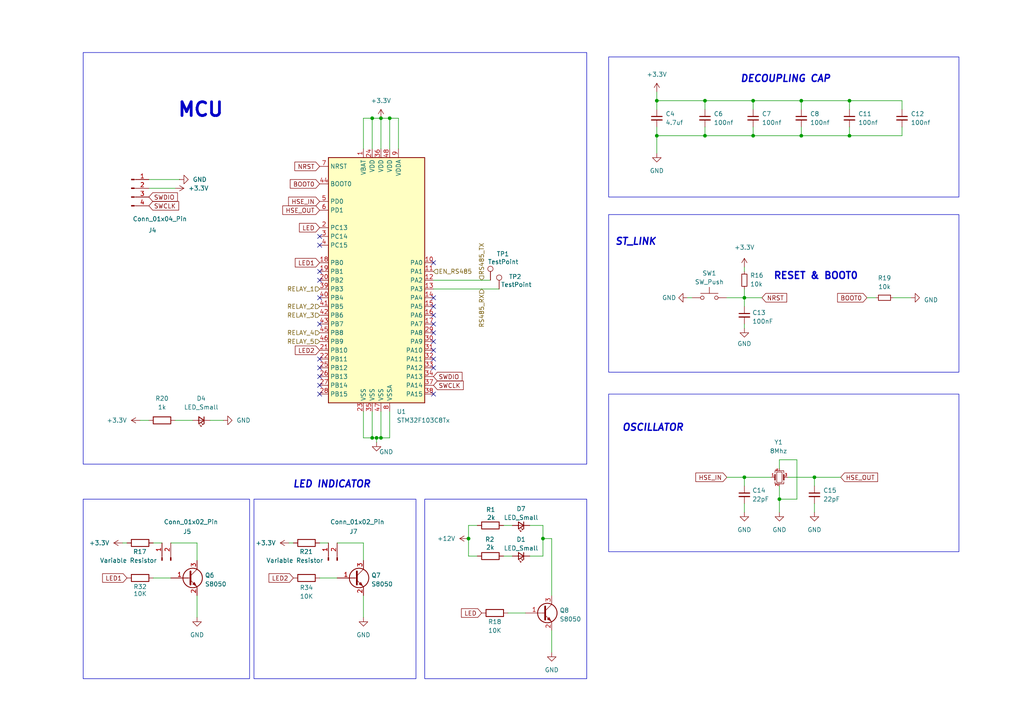
<source format=kicad_sch>
(kicad_sch (version 20231120) (generator "eeschema") (generator_version "8.0")
  (paper "A4")
  (lib_symbols
    (symbol "Connector:Conn_01x02_Pin" (pin_names (offset 1.016) hide)
      (property "Reference" "J" (at 0 2.54 0))
      (property "Value" "Conn_01x02_Pin" (at 0 -5.08 0))
      (symbol "Conn_01x02_Pin_1_1"
        (polyline (pts (xy 1.27 -2.54) (xy 0.8636 -2.54)) (stroke (width 0.1524)))
        (polyline (pts (xy 1.27 0) (xy 0.8636 0)) (stroke (width 0.1524)))
        (rectangle (start 0.8636 -2.413) (end 0 -2.667) (stroke (width 0.1524)) (fill (type outline)))
        (rectangle (start 0.8636 0.127) (end 0 -0.127) (stroke (width 0.1524)) (fill (type outline)))
        (pin passive line (at 5.08 0 180) (length 3.81) (name "Pin_1") (number "1"))
        (pin passive line (at 5.08 -2.54 180) (length 3.81) (name "Pin_2") (number "2"))
      )
    )
    (symbol "Connector:Conn_01x04_Pin" (pin_names (offset 1.016) hide)
      (property "Reference" "J" (at 0 5.08 0))
      (property "Value" "Conn_01x04_Pin" (at 0 -7.62 0))
      (symbol "Conn_01x04_Pin_1_1"
        (polyline (pts (xy 1.27 -5.08) (xy 0.8636 -5.08)) (stroke (width 0.1524)))
        (polyline (pts (xy 1.27 -2.54) (xy 0.8636 -2.54)) (stroke (width 0.1524)))
        (polyline (pts (xy 1.27 0) (xy 0.8636 0)) (stroke (width 0.1524)))
        (polyline (pts (xy 1.27 2.54) (xy 0.8636 2.54)) (stroke (width 0.1524)))
        (rectangle (start 0.8636 -4.953) (end 0 -5.207) (stroke (width 0.1524)) (fill (type outline)))
        (rectangle (start 0.8636 -2.413) (end 0 -2.667) (stroke (width 0.1524)) (fill (type outline)))
        (rectangle (start 0.8636 0.127) (end 0 -0.127) (stroke (width 0.1524)) (fill (type outline)))
        (rectangle (start 0.8636 2.667) (end 0 2.413) (stroke (width 0.1524)) (fill (type outline)))
        (pin passive line (at 5.08 2.54 180) (length 3.81) (name "Pin_1") (number "1"))
        (pin passive line (at 5.08 0 180) (length 3.81) (name "Pin_2") (number "2"))
        (pin passive line (at 5.08 -2.54 180) (length 3.81) (name "Pin_3") (number "3"))
        (pin passive line (at 5.08 -5.08 180) (length 3.81) (name "Pin_4") (number "4"))
      )
    )
    (symbol "Connector:TestPoint" (pin_numbers hide) (pin_names (offset 0.762) hide)
      (property "Reference" "TP" (at 0 6.858 0))
      (property "Value" "TestPoint" (at 0 5.08 0))
      (symbol "TestPoint_0_1"
        (circle (center 0 3.302) (radius 0.762))
      )
      (symbol "TestPoint_1_1"
        (pin passive line (at 0 0 90) (length 2.54) (name "1") (number "1"))
      )
    )
    (symbol "Device:C_Small" (pin_numbers hide) (pin_names (offset 0.254) hide)
      (property "Reference" "C" (at 0.254 1.778 0))
      (property "Value" "C_Small" (at 0.254 -2.032 0))
      (symbol "C_Small_0_1"
        (polyline (pts (xy -1.524 -0.508) (xy 1.524 -0.508)) (stroke (width 0.3302)))
        (polyline (pts (xy -1.524 0.508) (xy 1.524 0.508)) (stroke (width 0.3048)))
      )
      (symbol "C_Small_1_1"
        (pin passive line (at 0 2.54 270) (length 2.032) (name "~") (number "1"))
        (pin passive line (at 0 -2.54 90) (length 2.032) (name "~") (number "2"))
      )
    )
    (symbol "Device:Crystal_GND24_Small" (pin_names (offset 1.016) hide)
      (property "Reference" "Y" (at 1.27 4.445 0))
      (property "Value" "Crystal_GND24_Small" (at 1.27 2.54 0))
      (symbol "Crystal_GND24_Small_0_1"
        (rectangle (start -0.762 -1.524) (end 0.762 1.524))
        (polyline (pts (xy -1.27 -0.762) (xy -1.27 0.762)) (stroke (width 0.381)))
        (polyline (pts (xy 1.27 -0.762) (xy 1.27 0.762)) (stroke (width 0.381)))
        (polyline (pts (xy -1.27 -1.27) (xy -1.27 -1.905) (xy 1.27 -1.905) (xy 1.27 -1.27)))
        (polyline (pts (xy -1.27 1.27) (xy -1.27 1.905) (xy 1.27 1.905) (xy 1.27 1.27)))
      )
      (symbol "Crystal_GND24_Small_1_1"
        (pin passive line (at -2.54 0 0) (length 1.27) (name "1") (number "1"))
        (pin passive line (at 0 -2.54 90) (length 0.635) (name "2") (number "2"))
        (pin passive line (at 2.54 0 180) (length 1.27) (name "3") (number "3"))
        (pin passive line (at 0 2.54 270) (length 0.635) (name "4") (number "4"))
      )
    )
    (symbol "Device:LED_Small" (pin_numbers hide) (pin_names (offset 0.254) hide)
      (property "Reference" "D" (at -1.27 3.175 0))
      (property "Value" "LED_Small" (at -4.445 -2.54 0))
      (symbol "LED_Small_0_1"
        (polyline (pts (xy -0.762 -1.016) (xy -0.762 1.016)) (stroke (width 0.254)))
        (polyline (pts (xy 1.016 0) (xy -0.762 0)))
        (polyline (pts (xy 0.762 -1.016) (xy -0.762 0) (xy 0.762 1.016) (xy 0.762 -1.016)) (stroke (width 0.254)))
        (polyline (pts (xy 0 0.762) (xy -0.508 1.27) (xy -0.254 1.27) (xy -0.508 1.27) (xy -0.508 1.016)))
        (polyline (pts (xy 0.508 1.27) (xy 0 1.778) (xy 0.254 1.778) (xy 0 1.778) (xy 0 1.524)))
      )
      (symbol "LED_Small_1_1"
        (pin passive line (at -2.54 0 0) (length 1.778) (name "K") (number "1"))
        (pin passive line (at 2.54 0 180) (length 1.778) (name "A") (number "2"))
      )
    )
    (symbol "Device:R" (pin_numbers hide) (pin_names (offset 0))
      (property "Reference" "R" (at 2.032 0 90))
      (property "Value" "R" (at 0 0 90))
      (symbol "R_0_1"
        (rectangle (start -1.016 -2.54) (end 1.016 2.54) (stroke (width 0.254)))
      )
      (symbol "R_1_1"
        (pin passive line (at 0 3.81 270) (length 1.27) (name "~") (number "1"))
        (pin passive line (at 0 -3.81 90) (length 1.27) (name "~") (number "2"))
      )
    )
    (symbol "Device:R_Small" (pin_numbers hide) (pin_names (offset 0.254) hide)
      (property "Reference" "R" (at 0.762 0.508 0))
      (property "Value" "R_Small" (at 0.762 -1.016 0))
      (symbol "R_Small_0_1"
        (rectangle (start -0.762 1.778) (end 0.762 -1.778) (stroke (width 0.2032)))
      )
      (symbol "R_Small_1_1"
        (pin passive line (at 0 2.54 270) (length 0.762) (name "~") (number "1"))
        (pin passive line (at 0 -2.54 90) (length 0.762) (name "~") (number "2"))
      )
    )
    (symbol "GND_1" (power) (pin_numbers hide) (pin_names (offset 0) hide)
      (property "Value" "GND" (at 0 -3.81 0))
      (symbol "GND_1_0_1"
        (polyline (pts (xy 0 0) (xy 0 -1.27) (xy 1.27 -1.27) (xy 0 -2.54) (xy -1.27 -1.27) (xy 0 -1.27)))
      )
      (symbol "GND_1_1_1"
        (pin power_in line (at 0 0 270) (length 0) (name "~") (number "1"))
      )
    )
    (symbol "MCU_ST_STM32F1:STM32F103C8Tx"
      (property "Reference" "U" (at -15.24 36.83 0))
      (property "Value" "STM32F103C8Tx" (at 7.62 36.83 0))
      (symbol "STM32F103C8Tx_0_1"
        (rectangle (start -15.24 -35.56) (end 12.7 35.56) (stroke (width 0.254)) (fill (type background)))
      )
      (symbol "STM32F103C8Tx_1_1"
        (pin power_in line (at -5.08 38.1 270) (length 2.54) (name "VBAT") (number "1"))
        (pin bidirectional line (at 15.24 5.08 180) (length 2.54) (name "PA0") (number "10"))
        (pin bidirectional line (at 15.24 2.54 180) (length 2.54) (name "PA1") (number "11"))
        (pin bidirectional line (at 15.24 0 180) (length 2.54) (name "PA2") (number "12"))
        (pin bidirectional line (at 15.24 -2.54 180) (length 2.54) (name "PA3") (number "13"))
        (pin bidirectional line (at 15.24 -5.08 180) (length 2.54) (name "PA4") (number "14"))
        (pin bidirectional line (at 15.24 -7.62 180) (length 2.54) (name "PA5") (number "15"))
        (pin bidirectional line (at 15.24 -10.16 180) (length 2.54) (name "PA6") (number "16"))
        (pin bidirectional line (at 15.24 -12.7 180) (length 2.54) (name "PA7") (number "17"))
        (pin bidirectional line (at -17.78 5.08 0) (length 2.54) (name "PB0") (number "18"))
        (pin bidirectional line (at -17.78 2.54 0) (length 2.54) (name "PB1") (number "19"))
        (pin bidirectional line (at -17.78 15.24 0) (length 2.54) (name "PC13") (number "2"))
        (pin bidirectional line (at -17.78 0 0) (length 2.54) (name "PB2") (number "20"))
        (pin bidirectional line (at -17.78 -20.32 0) (length 2.54) (name "PB10") (number "21"))
        (pin bidirectional line (at -17.78 -22.86 0) (length 2.54) (name "PB11") (number "22"))
        (pin power_in line (at -5.08 -38.1 90) (length 2.54) (name "VSS") (number "23"))
        (pin power_in line (at -2.54 38.1 270) (length 2.54) (name "VDD") (number "24"))
        (pin bidirectional line (at -17.78 -25.4 0) (length 2.54) (name "PB12") (number "25"))
        (pin bidirectional line (at -17.78 -27.94 0) (length 2.54) (name "PB13") (number "26"))
        (pin bidirectional line (at -17.78 -30.48 0) (length 2.54) (name "PB14") (number "27"))
        (pin bidirectional line (at -17.78 -33.02 0) (length 2.54) (name "PB15") (number "28"))
        (pin bidirectional line (at 15.24 -15.24 180) (length 2.54) (name "PA8") (number "29"))
        (pin bidirectional line (at -17.78 12.7 0) (length 2.54) (name "PC14") (number "3"))
        (pin bidirectional line (at 15.24 -17.78 180) (length 2.54) (name "PA9") (number "30"))
        (pin bidirectional line (at 15.24 -20.32 180) (length 2.54) (name "PA10") (number "31"))
        (pin bidirectional line (at 15.24 -22.86 180) (length 2.54) (name "PA11") (number "32"))
        (pin bidirectional line (at 15.24 -25.4 180) (length 2.54) (name "PA12") (number "33"))
        (pin bidirectional line (at 15.24 -27.94 180) (length 2.54) (name "PA13") (number "34"))
        (pin power_in line (at -2.54 -38.1 90) (length 2.54) (name "VSS") (number "35"))
        (pin power_in line (at 0 38.1 270) (length 2.54) (name "VDD") (number "36"))
        (pin bidirectional line (at 15.24 -30.48 180) (length 2.54) (name "PA14") (number "37"))
        (pin bidirectional line (at 15.24 -33.02 180) (length 2.54) (name "PA15") (number "38"))
        (pin bidirectional line (at -17.78 -2.54 0) (length 2.54) (name "PB3") (number "39"))
        (pin bidirectional line (at -17.78 10.16 0) (length 2.54) (name "PC15") (number "4"))
        (pin bidirectional line (at -17.78 -5.08 0) (length 2.54) (name "PB4") (number "40"))
        (pin bidirectional line (at -17.78 -7.62 0) (length 2.54) (name "PB5") (number "41"))
        (pin bidirectional line (at -17.78 -10.16 0) (length 2.54) (name "PB6") (number "42"))
        (pin bidirectional line (at -17.78 -12.7 0) (length 2.54) (name "PB7") (number "43"))
        (pin input line (at -17.78 27.94 0) (length 2.54) (name "BOOT0") (number "44"))
        (pin bidirectional line (at -17.78 -15.24 0) (length 2.54) (name "PB8") (number "45"))
        (pin bidirectional line (at -17.78 -17.78 0) (length 2.54) (name "PB9") (number "46"))
        (pin power_in line (at 0 -38.1 90) (length 2.54) (name "VSS") (number "47"))
        (pin power_in line (at 2.54 38.1 270) (length 2.54) (name "VDD") (number "48"))
        (pin input line (at -17.78 22.86 0) (length 2.54) (name "PD0") (number "5"))
        (pin input line (at -17.78 20.32 0) (length 2.54) (name "PD1") (number "6"))
        (pin input line (at -17.78 33.02 0) (length 2.54) (name "NRST") (number "7"))
        (pin power_in line (at 2.54 -38.1 90) (length 2.54) (name "VSSA") (number "8"))
        (pin power_in line (at 5.08 38.1 270) (length 2.54) (name "VDDA") (number "9"))
      )
    )
    (symbol "S8050_2" (pin_names (offset 0) hide)
      (property "Reference" "Q3" (at 4.826 0.762 0))
      (property "Value" "S8050" (at 4.826 -1.778 0))
      (symbol "S8050_2_0_1"
        (polyline (pts (xy 0 0) (xy 0.635 0)))
        (polyline (pts (xy 0.635 0.635) (xy 2.54 2.54)))
        (polyline (pts (xy 0.635 -0.635) (xy 2.54 -2.54) (xy 2.54 -2.54)))
        (polyline (pts (xy 0.635 1.905) (xy 0.635 -1.905) (xy 0.635 -1.905)) (stroke (width 0.508)))
        (polyline (pts (xy 1.27 -1.778) (xy 1.778 -1.27) (xy 2.286 -2.286) (xy 1.27 -1.778) (xy 1.27 -1.778)) (fill (type outline)))
        (circle (center 1.27 0) (radius 2.8194) (stroke (width 0.254)))
      )
      (symbol "S8050_2_1_1"
        (pin input line (at -5.08 0 0) (length 5.08) (name "B") (number "1"))
        (pin passive line (at 2.54 -5.08 90) (length 2.54) (name "E") (number "2"))
        (pin passive line (at 2.54 5.08 270) (length 2.54) (name "C") (number "3"))
      )
    )
    (symbol "Switch:SW_Push" (pin_numbers hide) (pin_names (offset 1.016) hide)
      (property "Reference" "SW" (at 1.27 2.54 0))
      (property "Value" "SW_Push" (at 0 -1.524 0))
      (symbol "SW_Push_0_1"
        (circle (center -2.032 0) (radius 0.508))
        (polyline (pts (xy 0 1.27) (xy 0 3.048)))
        (polyline (pts (xy 2.54 1.27) (xy -2.54 1.27)))
        (circle (center 2.032 0) (radius 0.508))
        (pin passive line (at -5.08 0 0) (length 2.54) (name "1") (number "1"))
        (pin passive line (at 5.08 0 180) (length 2.54) (name "2") (number "2"))
      )
    )
    (symbol "power:+12V" (power) (pin_numbers hide) (pin_names (offset 0) hide)
      (property "Value" "+12V" (at 0 3.556 0))
      (symbol "+12V_0_1"
        (polyline (pts (xy -0.762 1.27) (xy 0 2.54)))
        (polyline (pts (xy 0 0) (xy 0 2.54)))
        (polyline (pts (xy 0 2.54) (xy 0.762 1.27)))
      )
      (symbol "+12V_1_1"
        (pin power_in line (at 0 0 90) (length 0) (name "~") (number "1"))
      )
    )
    (symbol "power:+3.3V" (power) (pin_names (offset 0))
      (property "Value" "+3.3V" (at 0 3.556 0))
      (symbol "+3.3V_0_1"
        (polyline (pts (xy -0.762 1.27) (xy 0 2.54)))
        (polyline (pts (xy 0 0) (xy 0 2.54)))
        (polyline (pts (xy 0 2.54) (xy 0.762 1.27)))
      )
      (symbol "+3.3V_1_1"
        (pin power_in line (at 0 0 90) (length 0) hide (name "+3.3V") (number "1"))
      )
    )
    (symbol "power:GND" (power) (pin_names (offset 0))
      (property "Value" "GND" (at 0 -3.81 0))
      (symbol "GND_0_1"
        (polyline (pts (xy 0 0) (xy 0 -1.27) (xy 1.27 -1.27) (xy 0 -2.54) (xy -1.27 -1.27) (xy 0 -1.27)))
      )
      (symbol "GND_1_1"
        (pin power_in line (at 0 0 270) (length 0) hide (name "GND") (number "1"))
      )
    )
  )
  (junction (at 246.38 29.21))
  (junction (at 236.22 138.43))
  (junction (at 204.47 29.21))
  (junction (at 218.44 29.21))
  (junction (at 109.22 127))
  (junction (at 226.06 144.78))
  (junction (at 110.49 34.29))
  (junction (at 232.41 29.21))
  (junction (at 215.9 86.36))
  (junction (at 232.41 39.37))
  (junction (at 246.38 39.37))
  (junction (at 107.95 34.29))
  (junction (at 218.44 39.37))
  (junction (at 110.49 127))
  (junction (at 107.95 127))
  (junction (at 190.5 29.21))
  (junction (at 157.48 156.21))
  (junction (at 204.47 39.37))
  (junction (at 135.89 156.21))
  (junction (at 190.5 39.37))
  (junction (at 215.9 138.43))
  (junction (at 113.03 34.29))
  (no_connect (at 125.73 88.9))
  (no_connect (at 92.71 114.3))
  (no_connect (at 92.71 106.68))
  (no_connect (at 125.73 114.3))
  (no_connect (at 92.71 93.98))
  (no_connect (at 125.73 91.44))
  (no_connect (at 125.73 86.36))
  (no_connect (at 125.73 106.68))
  (no_connect (at 92.71 86.36))
  (no_connect (at 92.71 71.12))
  (no_connect (at 125.73 101.6))
  (no_connect (at 92.71 68.58))
  (no_connect (at 125.73 99.06))
  (no_connect (at 92.71 109.22))
  (no_connect (at 92.71 104.14))
  (no_connect (at 92.71 111.76))
  (no_connect (at 125.73 76.2))
  (no_connect (at 125.73 96.52))
  (no_connect (at 125.73 104.14))
  (no_connect (at 125.73 93.98))
  (no_connect (at 92.71 81.28))
  (no_connect (at 92.71 78.74))
  (wire (pts (xy 125.73 83.82) (xy 144.78 83.82)))
  (wire (pts (xy 135.89 156.21) (xy 135.89 161.29)))
  (wire (pts (xy 246.38 29.21) (xy 232.41 29.21)))
  (wire (pts (xy 190.5 26.67) (xy 190.5 29.21)))
  (wire (pts (xy 259.08 86.36) (xy 264.16 86.36)))
  (wire (pts (xy 110.49 34.29) (xy 110.49 43.18)))
  (wire (pts (xy 138.43 161.29) (xy 135.89 161.29)))
  (wire (pts (xy 215.9 95.25) (xy 215.9 93.98)))
  (wire (pts (xy 157.48 156.21) (xy 160.02 156.21)))
  (wire (pts (xy 210.82 138.43) (xy 215.9 138.43)))
  (wire (pts (xy 190.5 39.37) (xy 190.5 44.45)))
  (wire (pts (xy 215.9 88.9) (xy 215.9 86.36)))
  (wire (pts (xy 107.95 127) (xy 109.22 127)))
  (wire (pts (xy 44.45 157.48) (xy 46.99 157.48)))
  (wire (pts (xy 228.6 138.43) (xy 236.22 138.43)))
  (wire (pts (xy 92.71 157.48) (xy 95.25 157.48)))
  (wire (pts (xy 218.44 39.37) (xy 232.41 39.37)))
  (wire (pts (xy 107.95 34.29) (xy 110.49 34.29)))
  (wire (pts (xy 138.43 152.4) (xy 135.89 152.4)))
  (wire (pts (xy 157.48 156.21) (xy 157.48 152.4)))
  (wire (pts (xy 109.22 127) (xy 109.22 128.27)))
  (wire (pts (xy 113.03 34.29) (xy 115.57 34.29)))
  (wire (pts (xy 232.41 39.37) (xy 246.38 39.37)))
  (wire (pts (xy 218.44 36.83) (xy 218.44 39.37)))
  (wire (pts (xy 105.41 43.18) (xy 105.41 34.29)))
  (wire (pts (xy 105.41 34.29) (xy 107.95 34.29)))
  (wire (pts (xy 190.5 29.21) (xy 190.5 31.75)))
  (wire (pts (xy 113.03 119.38) (xy 113.03 127)))
  (wire (pts (xy 40.64 121.92) (xy 43.18 121.92)))
  (wire (pts (xy 210.82 86.36) (xy 215.9 86.36)))
  (wire (pts (xy 109.22 127) (xy 110.49 127)))
  (wire (pts (xy 160.02 172.72) (xy 160.02 156.21)))
  (wire (pts (xy 261.62 39.37) (xy 261.62 36.83)))
  (wire (pts (xy 153.67 152.4) (xy 157.48 152.4)))
  (wire (pts (xy 215.9 83.82) (xy 215.9 86.36)))
  (wire (pts (xy 146.05 152.4) (xy 148.59 152.4)))
  (wire (pts (xy 190.5 39.37) (xy 204.47 39.37)))
  (wire (pts (xy 105.41 172.72) (xy 105.41 179.07)))
  (wire (pts (xy 57.15 172.72) (xy 57.15 179.07)))
  (wire (pts (xy 125.73 81.28) (xy 142.24 81.28)))
  (wire (pts (xy 204.47 39.37) (xy 218.44 39.37)))
  (wire (pts (xy 251.46 86.36) (xy 254 86.36)))
  (wire (pts (xy 218.44 29.21) (xy 204.47 29.21)))
  (wire (pts (xy 44.45 167.64) (xy 49.53 167.64)))
  (wire (pts (xy 83.82 157.48) (xy 85.09 157.48)))
  (wire (pts (xy 107.95 34.29) (xy 107.95 43.18)))
  (wire (pts (xy 261.62 29.21) (xy 246.38 29.21)))
  (wire (pts (xy 215.9 77.47) (xy 215.9 78.74)))
  (wire (pts (xy 232.41 29.21) (xy 218.44 29.21)))
  (wire (pts (xy 226.06 135.89) (xy 226.06 133.35)))
  (wire (pts (xy 57.15 157.48) (xy 57.15 162.56)))
  (wire (pts (xy 215.9 138.43) (xy 215.9 140.97)))
  (wire (pts (xy 226.06 133.35) (xy 231.14 133.35)))
  (wire (pts (xy 246.38 36.83) (xy 246.38 39.37)))
  (wire (pts (xy 105.41 157.48) (xy 105.41 162.56)))
  (wire (pts (xy 236.22 138.43) (xy 243.84 138.43)))
  (wire (pts (xy 50.8 121.92) (xy 55.88 121.92)))
  (wire (pts (xy 43.18 54.61) (xy 50.8 54.61)))
  (wire (pts (xy 105.41 119.38) (xy 105.41 127)))
  (wire (pts (xy 113.03 34.29) (xy 113.03 43.18)))
  (wire (pts (xy 204.47 29.21) (xy 204.47 31.75)))
  (wire (pts (xy 135.89 152.4) (xy 135.89 156.21)))
  (wire (pts (xy 231.14 133.35) (xy 231.14 144.78)))
  (wire (pts (xy 215.9 138.43) (xy 223.52 138.43)))
  (wire (pts (xy 231.14 144.78) (xy 226.06 144.78)))
  (wire (pts (xy 97.79 157.48) (xy 105.41 157.48)))
  (wire (pts (xy 147.32 177.8) (xy 152.4 177.8)))
  (wire (pts (xy 157.48 161.29) (xy 157.48 156.21)))
  (wire (pts (xy 261.62 31.75) (xy 261.62 29.21)))
  (wire (pts (xy 110.49 119.38) (xy 110.49 127)))
  (wire (pts (xy 107.95 119.38) (xy 107.95 127)))
  (wire (pts (xy 190.5 36.83) (xy 190.5 39.37)))
  (wire (pts (xy 146.05 161.29) (xy 148.59 161.29)))
  (wire (pts (xy 35.56 157.48) (xy 36.83 157.48)))
  (wire (pts (xy 92.71 167.64) (xy 97.79 167.64)))
  (wire (pts (xy 115.57 43.18) (xy 115.57 34.29)))
  (wire (pts (xy 226.06 144.78) (xy 226.06 148.59)))
  (wire (pts (xy 246.38 29.21) (xy 246.38 31.75)))
  (wire (pts (xy 236.22 146.05) (xy 236.22 148.59)))
  (wire (pts (xy 236.22 138.43) (xy 236.22 140.97)))
  (wire (pts (xy 60.96 121.92) (xy 64.77 121.92)))
  (wire (pts (xy 215.9 146.05) (xy 215.9 148.59)))
  (wire (pts (xy 199.39 86.36) (xy 200.66 86.36)))
  (wire (pts (xy 160.02 182.88) (xy 160.02 189.23)))
  (wire (pts (xy 232.41 29.21) (xy 232.41 31.75)))
  (wire (pts (xy 204.47 36.83) (xy 204.47 39.37)))
  (wire (pts (xy 204.47 29.21) (xy 190.5 29.21)))
  (wire (pts (xy 246.38 39.37) (xy 261.62 39.37)))
  (wire (pts (xy 43.18 52.07) (xy 52.07 52.07)))
  (wire (pts (xy 226.06 140.97) (xy 226.06 144.78)))
  (wire (pts (xy 105.41 127) (xy 107.95 127)))
  (wire (pts (xy 218.44 29.21) (xy 218.44 31.75)))
  (wire (pts (xy 49.53 157.48) (xy 57.15 157.48)))
  (wire (pts (xy 215.9 86.36) (xy 220.98 86.36)))
  (wire (pts (xy 110.49 127) (xy 113.03 127)))
  (wire (pts (xy 153.67 161.29) (xy 157.48 161.29)))
  (wire (pts (xy 232.41 36.83) (xy 232.41 39.37)))
  (wire (pts (xy 110.49 34.29) (xy 113.03 34.29)))
  (rectangle (start 176.53 114.3) (end 278.13 160.02))
  (rectangle (start 123.19 144.78) (end 170.18 196.85))
  (rectangle (start 176.53 16.51) (end 278.13 57.15))
  (rectangle (start 176.53 62.23) (end 278.13 107.95))
  (rectangle (start 73.66 144.78) (end 120.65 196.85))
  (rectangle (start 24.13 15.24) (end 170.18 134.62))
  (rectangle (start 24.13 144.78) (end 72.39 196.85))
  (text "OSCILLATOR\n\n" (at 180.34 128.524 0) (effects (font (size 2 2) (thickness 0.4) (bold yes) (italic yes)) (justify left bottom)))
  (text "LED INDICATOR" (at 84.836 141.732 0) (effects (font (size 2 2) (thickness 0.4) (bold yes) (italic yes)) (justify left bottom)))
  (text "DECOUPLING CAP\n" (at 214.63 24.13 0) (effects (font (size 2 2) (thickness 0.4) (bold yes) (italic yes)) (justify left bottom)))
  (text "ST_LINK\n" (at 178.308 71.374 0) (effects (font (size 2 2) (thickness 0.4) (bold yes) (italic yes)) (justify left bottom)))
  (text "RESET & BOOT0\n" (at 224.282 81.28 0) (effects (font (size 2 2) (bold yes)) (justify left bottom)))
  (text "MCU\n" (at 51.308 34.29 0) (effects (font (size 4 4) (bold yes)) (justify left bottom)))
  (global_label "LED1" (shape input) (at 36.83 167.64 180) (property "Intersheetrefs" "${INTERSHEET_REFS}" (effects (hide yes))))
  (global_label "HSE_IN" (shape input) (at 210.82 138.43 180) (property "Intersheetrefs" "${INTERSHEET_REFS}" (effects (hide yes))))
  (global_label "HSE_IN" (shape input) (at 92.71 58.42 180) (property "Intersheetrefs" "${INTERSHEET_REFS}" (effects (hide yes))))
  (global_label "LED1" (shape input) (at 92.71 76.2 180) (property "Intersheetrefs" "${INTERSHEET_REFS}" (effects (hide yes))))
  (global_label "SWDIO" (shape input) (at 43.18 57.15 0) (property "Intersheetrefs" "${INTERSHEET_REFS}" (effects (hide yes))))
  (global_label "LED" (shape input) (at 92.71 66.04 180) (property "Intersheetrefs" "${INTERSHEET_REFS}" (effects (hide yes))))
  (global_label "SWDIO" (shape input) (at 125.73 109.22 0) (property "Intersheetrefs" "${INTERSHEET_REFS}" (effects (hide yes))))
  (global_label "NRST" (shape input) (at 220.98 86.36 0) (property "Intersheetrefs" "${INTERSHEET_REFS}" (effects (hide yes))))
  (global_label "SWCLK" (shape input) (at 125.73 111.76 0) (property "Intersheetrefs" "${INTERSHEET_REFS}" (effects (hide yes))))
  (global_label "BOOT0" (shape input) (at 251.46 86.36 180) (property "Intersheetrefs" "${INTERSHEET_REFS}" (effects (hide yes))))
  (global_label "LED" (shape input) (at 139.7 177.8 180) (property "Intersheetrefs" "${INTERSHEET_REFS}" (effects (hide yes))))
  (global_label "BOOT0" (shape input) (at 92.71 53.34 180) (property "Intersheetrefs" "${INTERSHEET_REFS}" (effects (hide yes))))
  (global_label "SWCLK" (shape input) (at 43.18 59.69 0) (property "Intersheetrefs" "${INTERSHEET_REFS}" (effects (hide yes))))
  (global_label "LED2" (shape input) (at 85.09 167.64 180) (property "Intersheetrefs" "${INTERSHEET_REFS}" (effects (hide yes))))
  (global_label "HSE_OUT" (shape input) (at 92.71 60.96 180) (property "Intersheetrefs" "${INTERSHEET_REFS}" (effects (hide yes))))
  (global_label "LED2" (shape input) (at 92.71 101.6 180) (property "Intersheetrefs" "${INTERSHEET_REFS}" (effects (hide yes))))
  (global_label "HSE_OUT" (shape input) (at 243.84 138.43 0) (property "Intersheetrefs" "${INTERSHEET_REFS}" (effects (hide yes))))
  (global_label "NRST" (shape input) (at 92.71 48.26 180) (property "Intersheetrefs" "${INTERSHEET_REFS}" (effects (hide yes))))
  (hierarchical_label "RS485_RX" (shape input) (at 139.7 83.82 270))
  (hierarchical_label "RELAY_2" (shape input) (at 92.71 88.9 180))
  (hierarchical_label "RELAY_4" (shape input) (at 92.71 96.52 180))
  (hierarchical_label "EN_RS485" (shape input) (at 125.73 78.74 0))
  (hierarchical_label "RELAY_1" (shape input) (at 92.71 83.82 180))
  (hierarchical_label "RELAY_5" (shape input) (at 92.71 99.06 180))
  (hierarchical_label "RS485_TX" (shape input) (at 139.7 81.28 90))
  (hierarchical_label "RELAY_3" (shape input) (at 92.71 91.44 180))
  (symbol (lib_id "power:GND") (at 215.9 95.25 0) (unit 1)
    (property "Reference" "#PWR031" (effects (hide yes)))
    (property "Value" "GND" (at 215.9 99.695 0))
  )
  (symbol (lib_id "Device:C_Small") (at 246.38 34.29 0) (unit 1)
    (property "Reference" "C11" (at 248.92 33.0262 0) (effects (justify left)))
    (property "Value" "100nf" (at 248.92 35.5662 0) (effects (justify left)))
    (property "Footprint" "Capacitor_SMD:C_0603_1608Metric" (effects (hide yes)))
  )
  (symbol (lib_name "S8050_2") (lib_id "Transistor_BJT:S8050") (at 157.48 177.8 0) (unit 1)
    (property "Reference" "Q8" (at 162.306 177.038 0) (effects (justify left)))
    (property "Value" "S8050" (at 162.306 179.578 0) (effects (justify left)))
    (property "Footprint" "Package_TO_SOT_SMD:SOT-23" (effects (hide yes)))
    (property "Datasheet" "http://www.unisonic.com.tw/datasheet/S8050.pdf" (effects (hide yes)))
  )
  (symbol (lib_id "Device:C_Small") (at 204.47 34.29 0) (unit 1)
    (property "Reference" "C6" (at 207.01 33.0262 0) (effects (justify left)))
    (property "Value" "100nf" (at 207.01 35.5662 0) (effects (justify left)))
    (property "Footprint" "Capacitor_SMD:C_0603_1608Metric" (effects (hide yes)))
  )
  (symbol (lib_id "Device:R") (at 40.64 167.64 90) (unit 1)
    (property "Reference" "R32" (at 40.64 170.18 90))
    (property "Value" "10K" (at 40.64 172.212 90))
    (property "Footprint" "Resistor_SMD:R_0603_1608Metric" (effects (hide yes)))
  )
  (symbol (lib_id "Device:LED_Small") (at 151.13 161.29 180) (unit 1)
    (property "Reference" "D1" (at 151.13 156.464 0))
    (property "Value" "LED_Small" (at 151.13 159.004 0))
    (property "Footprint" "LED_SMD:LED_0805_2012Metric" (effects (hide yes)))
    (property "Description" "Light emitting diode, small symbol" (effects (hide yes)))
  )
  (symbol (lib_id "power:GND") (at 105.41 179.07 0) (unit 1)
    (property "Reference" "#PWR058" (effects (hide yes)))
    (property "Value" "GND" (at 105.41 184.15 0))
    (property "Description" "Power symbol creates a global label with name \"GND\" , ground" (effects (hide yes)))
  )
  (symbol (lib_id "power:GND") (at 57.15 179.07 0) (unit 1)
    (property "Reference" "#PWR056" (effects (hide yes)))
    (property "Value" "GND" (at 57.15 184.15 0))
    (property "Description" "Power symbol creates a global label with name \"GND\" , ground" (effects (hide yes)))
  )
  (symbol (lib_id "Device:LED_Small") (at 58.42 121.92 180) (unit 1)
    (property "Reference" "D4" (at 58.3565 115.57 0))
    (property "Value" "LED_Small" (at 58.3565 118.11 0))
    (property "Footprint" "LED_SMD:LED_0805_2012Metric" (effects (hide yes)))
    (property "Description" "Light emitting diode, small symbol" (effects (hide yes)))
  )
  (symbol (lib_id "Connector:TestPoint") (at 144.78 83.82 0) (unit 1)
    (property "Reference" "TP2" (at 147.574 80.264 0) (effects (justify left)))
    (property "Value" "TestPoint" (at 145.288 82.55 0) (effects (justify left)))
    (property "Footprint" "TestPoint:TestPoint_Loop_D1.80mm_Drill1.0mm_Beaded" (effects (hide yes)))
    (property "Description" "test point" (effects (hide yes)))
  )
  (symbol (lib_id "Device:R") (at 88.9 157.48 90) (unit 1)
    (property "Reference" "R21" (at 86.868 160.02 90) (effects (justify right)))
    (property "Value" "Variable Resistor" (at 77.216 162.56 90) (effects (justify right)))
    (property "Footprint" "Resistor_SMD:R_0603_1608Metric" (effects (hide yes)))
  )
  (symbol (lib_id "Switch:SW_Push") (at 205.74 86.36 0) (unit 1)
    (property "Reference" "SW1" (at 205.74 79.248 0))
    (property "Value" "SW_Push" (at 205.74 81.788 0))
    (property "Footprint" "Button_Switch_THT:SW_Tactile_SPST_Angled_PTS645Vx39-2LFS" (effects (hide yes)))
  )
  (symbol (lib_id "Connector:Conn_01x02_Pin") (at 95.25 162.56 90) (unit 1)
    (property "Reference" "J7" (at 101.346 154.178 90) (effects (justify right)))
    (property "Value" "Conn_01x02_Pin" (at 95.758 151.384 90) (effects (justify right)))
    (property "Footprint" "Connector_JST:JST_EH_B2B-EH-A_1x02_P2.50mm_Vertical" (effects (hide yes)))
    (property "Description" "Generic connector, single row, 01x02, script generated" (effects (hide yes)))
  )
  (symbol (lib_id "Device:R") (at 142.24 161.29 90) (unit 1)
    (property "Reference" "R2" (at 140.716 156.464 90) (effects (justify right)))
    (property "Value" "2k" (at 140.97 158.75 90) (effects (justify right)))
    (property "Footprint" "Resistor_SMD:R_0603_1608Metric" (effects (hide yes)))
  )
  (symbol (lib_name "S8050_2") (lib_id "Transistor_BJT:S8050") (at 102.87 167.64 0) (unit 1)
    (property "Reference" "Q7" (at 107.696 166.878 0) (effects (justify left)))
    (property "Value" "S8050" (at 107.696 169.418 0) (effects (justify left)))
    (property "Footprint" "Package_TO_SOT_SMD:SOT-23" (effects (hide yes)))
    (property "Datasheet" "http://www.unisonic.com.tw/datasheet/S8050.pdf" (effects (hide yes)))
  )
  (symbol (lib_id "power:GND") (at 160.02 189.23 0) (unit 1)
    (property "Reference" "#PWR09" (effects (hide yes)))
    (property "Value" "GND" (at 160.02 194.31 0))
    (property "Description" "Power symbol creates a global label with name \"GND\" , ground" (effects (hide yes)))
  )
  (symbol (lib_id "Device:C_Small") (at 215.9 143.51 0) (unit 1)
    (property "Reference" "C14" (at 218.186 142.24 0) (effects (justify left)))
    (property "Value" "22pF" (at 218.186 144.78 0) (effects (justify left)))
    (property "Footprint" "Capacitor_SMD:C_0603_1608Metric" (effects (hide yes)))
  )
  (symbol (lib_id "power:+3.3V") (at 215.9 77.47 0) (unit 1)
    (property "Reference" "#PWR030" (effects (hide yes)))
    (property "Value" "+3.3V" (at 215.9 71.755 0))
  )
  (symbol (lib_id "Device:R_Small") (at 215.9 81.28 0) (unit 1)
    (property "Reference" "R16" (at 217.551 79.883 0) (effects (justify left)))
    (property "Value" "10k" (at 217.551 82.423 0) (effects (justify left)))
    (property "Footprint" "Resistor_SMD:R_0603_1608Metric" (effects (hide yes)))
  )
  (symbol (lib_id "Device:C_Small") (at 236.22 143.51 0) (unit 1)
    (property "Reference" "C15" (at 238.76 142.2462 0) (effects (justify left)))
    (property "Value" "22pF" (at 238.76 144.7862 0) (effects (justify left)))
    (property "Footprint" "Capacitor_SMD:C_0603_1608Metric" (effects (hide yes)))
  )
  (symbol (lib_id "Device:C_Small") (at 261.62 34.29 0) (unit 1)
    (property "Reference" "C12" (at 264.16 33.0262 0) (effects (justify left)))
    (property "Value" "100nf" (at 264.16 35.5662 0) (effects (justify left)))
    (property "Footprint" "Capacitor_SMD:C_0603_1608Metric" (effects (hide yes)))
  )
  (symbol (lib_id "power:GND") (at 190.5 44.45 0) (unit 1)
    (property "Reference" "#PWR028" (effects (hide yes)))
    (property "Value" "GND" (at 190.5 49.53 0))
  )
  (symbol (lib_id "power:+3.3V") (at 40.64 121.92 90) (unit 1)
    (property "Reference" "#PWR026" (effects (hide yes)))
    (property "Value" "+3.3V" (at 36.83 121.9199 90) (effects (justify left)))
  )
  (symbol (lib_id "power:+3.3V") (at 190.5 26.67 0) (unit 1)
    (property "Reference" "#PWR027" (effects (hide yes)))
    (property "Value" "+3.3V" (at 190.5 21.59 0))
  )
  (symbol (lib_id "Device:Crystal_GND24_Small") (at 226.06 138.43 0) (unit 1)
    (property "Reference" "Y1" (at 225.806 128.27 0))
    (property "Value" "8Mhz" (at 225.806 130.81 0))
    (property "Footprint" "Crystal:Crystal_SMD_3225-4Pin_3.2x2.5mm" (effects (hide yes)))
  )
  (symbol (lib_id "Connector:TestPoint") (at 142.24 81.28 0) (unit 1)
    (property "Reference" "TP1" (at 144.018 73.66 0) (effects (justify left)))
    (property "Value" "TestPoint" (at 141.478 75.946 0) (effects (justify left)))
    (property "Footprint" "TestPoint:TestPoint_Loop_D1.80mm_Drill1.0mm_Beaded" (effects (hide yes)))
    (property "Description" "test point" (effects (hide yes)))
  )
  (symbol (lib_id "Device:R") (at 88.9 167.64 270) (unit 1)
    (property "Reference" "R34" (at 88.9 170.434 90))
    (property "Value" "10K" (at 88.9 172.974 90))
    (property "Footprint" "Resistor_SMD:R_0603_1608Metric" (effects (hide yes)))
  )
  (symbol (lib_id "Device:R") (at 142.24 152.4 90) (unit 1)
    (property "Reference" "R1" (at 140.97 147.828 90) (effects (justify right)))
    (property "Value" "2k" (at 141.224 150.114 90) (effects (justify right)))
    (property "Footprint" "Resistor_SMD:R_0603_1608Metric" (effects (hide yes)))
  )
  (symbol (lib_id "power:GND") (at 199.39 86.36 270) (unit 1)
    (property "Reference" "#PWR029" (effects (hide yes)))
    (property "Value" "GND" (at 192.024 86.36 90) (effects (justify left)))
  )
  (symbol (lib_id "Device:C_Small") (at 190.5 34.29 0) (unit 1)
    (property "Reference" "C4" (at 193.04 33.0262 0) (effects (justify left)))
    (property "Value" "4.7uf" (at 193.04 35.5662 0) (effects (justify left)))
    (property "Footprint" "Capacitor_SMD:C_0805_2012Metric" (effects (hide yes)))
  )
  (symbol (lib_id "power:+3.3V") (at 110.49 34.29 0) (unit 1)
    (property "Reference" "#PWR06" (effects (hide yes)))
    (property "Value" "+3.3V" (at 110.49 29.21 0))
  )
  (symbol (lib_id "power:+3.3V") (at 35.56 157.48 90) (unit 1)
    (property "Reference" "#PWR014" (effects (hide yes)))
    (property "Value" "+3.3V" (at 31.75 157.4799 90) (effects (justify left)))
  )
  (symbol (lib_id "power:GND") (at 226.06 148.59 0) (unit 1)
    (property "Reference" "#PWR034" (effects (hide yes)))
    (property "Value" "GND" (at 226.06 153.67 0))
  )
  (symbol (lib_id "Connector:Conn_01x02_Pin") (at 46.99 162.56 90) (unit 1)
    (property "Reference" "J5" (at 53.086 154.178 90) (effects (justify right)))
    (property "Value" "Conn_01x02_Pin" (at 47.498 151.384 90) (effects (justify right)))
    (property "Footprint" "Connector_JST:JST_EH_B2B-EH-A_1x02_P2.50mm_Vertical" (effects (hide yes)))
    (property "Description" "Generic connector, single row, 01x02, script generated" (effects (hide yes)))
  )
  (symbol (lib_id "MCU_ST_STM32F1:STM32F103C8Tx") (at 110.49 81.28 0) (unit 1)
    (property "Reference" "U1" (at 115.0494 119.38 0) (effects (justify left)))
    (property "Value" "STM32F103C8Tx" (at 115.0494 121.92 0) (effects (justify left)))
    (property "Footprint" "Package_QFP:LQFP-48_7x7mm_P0.5mm" (effects (hide yes)))
    (property "Datasheet" "http://www.st.com/st-web-ui/static/active/en/resource/technical/document/datasheet/CD00161566.pdf" (effects (hide yes)))
  )
  (symbol (lib_id "power:+3.3V") (at 83.82 157.48 90) (unit 1)
    (property "Reference" "#PWR038" (effects (hide yes)))
    (property "Value" "+3.3V" (at 80.01 157.4799 90) (effects (justify left)))
  )
  (symbol (lib_id "power:GND") (at 215.9 148.59 0) (unit 1)
    (property "Reference" "#PWR033" (effects (hide yes)))
    (property "Value" "GND" (at 215.9 153.67 0))
  )
  (symbol (lib_id "Device:C_Small") (at 215.9 91.44 0) (unit 1)
    (property "Reference" "C13" (at 218.186 90.678 0) (effects (justify left)))
    (property "Value" "100nF" (at 218.186 93.218 0) (effects (justify left)))
    (property "Footprint" "Capacitor_SMD:C_0603_1608Metric" (effects (hide yes)))
  )
  (symbol (lib_id "power:+12V") (at 135.89 156.21 90) (unit 1)
    (property "Reference" "#PWR01" (effects (hide yes)))
    (property "Value" "+12V" (at 132.08 156.2099 90) (effects (justify left)))
    (property "Description" "Power symbol creates a global label with name \"+12V\"" (effects (hide yes)))
  )
  (symbol (lib_id "Device:R") (at 143.51 177.8 270) (unit 1)
    (property "Reference" "R18" (at 143.51 180.34 90))
    (property "Value" "10K" (at 143.51 182.88 90))
    (property "Footprint" "Resistor_SMD:R_0603_1608Metric" (effects (hide yes)))
  )
  (symbol (lib_name "GND_1") (lib_id "power:GND") (at 64.77 121.92 90) (unit 1)
    (property "Reference" "#PWR036" (effects (hide yes)))
    (property "Value" "GND" (at 68.58 121.9199 90) (effects (justify right)))
    (property "Description" "Power symbol creates a global label with name \"GND\" , ground" (effects (hide yes)))
  )
  (symbol (lib_id "Device:R") (at 40.64 157.48 90) (unit 1)
    (property "Reference" "R17" (at 38.608 160.02 90) (effects (justify right)))
    (property "Value" "Variable Resistor" (at 28.956 162.56 90) (effects (justify right)))
    (property "Footprint" "Resistor_SMD:R_0603_1608Metric" (effects (hide yes)))
  )
  (symbol (lib_id "power:GND") (at 264.16 86.36 90) (unit 1)
    (property "Reference" "#PWR032" (effects (hide yes)))
    (property "Value" "GND" (at 267.97 86.995 90) (effects (justify right)))
  )
  (symbol (lib_id "Device:C_Small") (at 218.44 34.29 0) (unit 1)
    (property "Reference" "C7" (at 220.98 33.0262 0) (effects (justify left)))
    (property "Value" "100nf" (at 220.98 35.5662 0) (effects (justify left)))
    (property "Footprint" "Capacitor_SMD:C_0603_1608Metric" (effects (hide yes)))
  )
  (symbol (lib_id "Device:C_Small") (at 232.41 34.29 0) (unit 1)
    (property "Reference" "C8" (at 234.95 33.0262 0) (effects (justify left)))
    (property "Value" "100nf" (at 234.95 35.5662 0) (effects (justify left)))
    (property "Footprint" "Capacitor_SMD:C_0603_1608Metric" (effects (hide yes)))
  )
  (symbol (lib_id "Device:LED_Small") (at 151.13 152.4 180) (unit 1)
    (property "Reference" "D7" (at 151.13 147.574 0))
    (property "Value" "LED_Small" (at 151.13 150.114 0))
    (property "Footprint" "LED_SMD:LED_0805_2012Metric" (effects (hide yes)))
    (property "Description" "Light emitting diode, small symbol" (effects (hide yes)))
  )
  (symbol (lib_name "GND_1") (lib_id "power:GND") (at 52.07 52.07 90) (unit 1)
    (property "Reference" "#PWR040" (effects (hide yes)))
    (property "Value" "GND" (at 55.88 52.0699 90) (effects (justify right)))
    (property "Description" "Power symbol creates a global label with name \"GND\" , ground" (effects (hide yes)))
  )
  (symbol (lib_name "S8050_2") (lib_id "Transistor_BJT:S8050") (at 54.61 167.64 0) (unit 1)
    (property "Reference" "Q6" (at 59.436 166.878 0) (effects (justify left)))
    (property "Value" "S8050" (at 59.436 169.418 0) (effects (justify left)))
    (property "Footprint" "Package_TO_SOT_SMD:SOT-23" (effects (hide yes)))
    (property "Datasheet" "http://www.unisonic.com.tw/datasheet/S8050.pdf" (effects (hide yes)))
  )
  (symbol (lib_id "Device:R") (at 46.99 121.92 90) (unit 1)
    (property "Reference" "R20" (at 46.99 115.57 90))
    (property "Value" "1k" (at 46.99 118.11 90))
    (property "Footprint" "Resistor_SMD:R_0603_1608Metric" (effects (hide yes)))
    (property "Description" "Resistor" (effects (hide yes)))
  )
  (symbol (lib_id "power:+3.3V") (at 50.8 54.61 270) (unit 1)
    (property "Reference" "#PWR039" (effects (hide yes)))
    (property "Value" "+3.3V" (at 54.61 54.6099 90) (effects (justify left)))
  )
  (symbol (lib_id "Connector:Conn_01x04_Pin") (at 38.1 54.61 0) (unit 1)
    (property "Reference" "J4" (at 44.196 66.802 0))
    (property "Value" "Conn_01x04_Pin" (at 46.355 63.5 0))
    (property "Footprint" "Connector_PinHeader_2.00mm:PinHeader_1x04_P2.00mm_Vertical" (effects (hide yes)))
    (property "Description" "Generic connector, single row, 01x04, script generated" (effects (hide yes)))
  )
  (symbol (lib_id "Device:R_Small") (at 256.54 86.36 90) (unit 1)
    (property "Reference" "R19" (at 256.54 80.645 90))
    (property "Value" "10k" (at 256.54 83.185 90))
    (property "Footprint" "Resistor_SMD:R_0603_1608Metric" (effects (hide yes)))
  )
  (symbol (lib_id "power:GND") (at 236.22 148.59 0) (unit 1)
    (property "Reference" "#PWR035" (effects (hide yes)))
    (property "Value" "GND" (at 236.22 153.67 0))
  )
  (symbol (lib_id "power:GND") (at 109.22 128.27 0) (unit 1)
    (property "Reference" "#PWR05" (effects (hide yes)))
    (property "Value" "GND" (at 112.014 131.064 0))
  )
)
</source>
